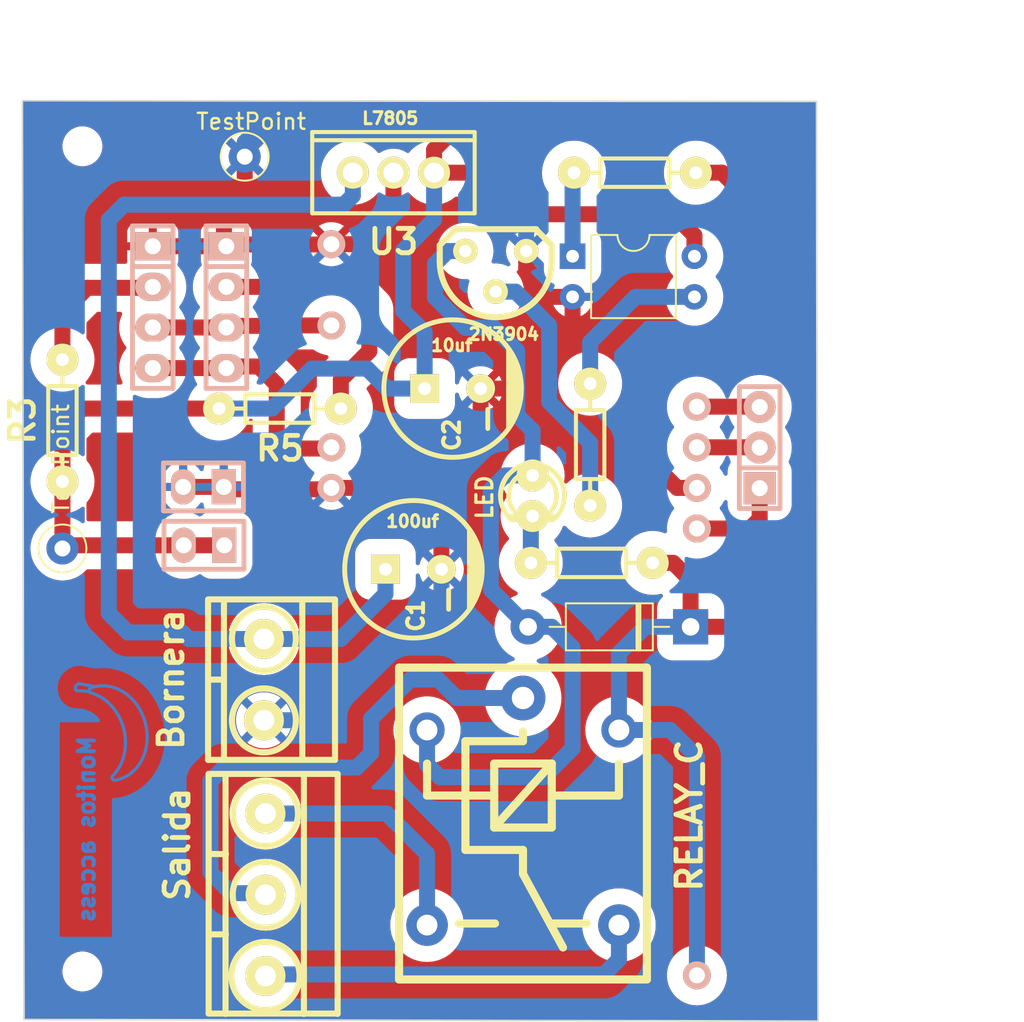
<source format=kicad_pcb>
(kicad_pcb (version 20240108) (generator "pcbnew") (generator_version "8.0")
  (layers (0 "F.Cu" signal) (31 "B.Cu" signal) (34 "B.Paste" user) (35 "F.Paste" user) (36 "B.SilkS" user "B.Silkscreen") (37 "F.SilkS" user "F.Silkscreen") (38 "B.Mask" user) (39 "F.Mask" user) (44 "Edge.Cuts" user))
  (net 0 "")
  (net 1 "GND")
  (net 2 "scl")
  (net 3 "sda")
  (net 4 "/Vin")
  (net 5 "5,5V")
  (net 6 "/COM")
  (net 7 "/NA")
  (net 8 "/NC")
  (net 9 "/RELE")
  (net 10 "/AUX1")
  (net 11 "/AUX2")
  (net 12 "/AUX3")
  (net 13 "/Bobina")
  (net 14 "/Base")
  (net 15 "/Led")
  (net 16 "/Anodo opto")
  (net 17 "/Emisor")
  (net 18 "/LCD")
  (net 19 "/PN532")
  (footprint "EESTN5:led_3mm_red" (layer "F.Cu") (at 58.8 55.85)
    (property "Reference" "D1" (hide yes))
    (property "Value" "LED" (at -3 0.1 -90) (layer "F.SilkS") (effects (font (thickness 0.2))))
    (pad "1" thru_hole circle (at 0 -1.27) (size 1.99898 1.99898) (drill 0.8001) (layers "*.Cu" "*.Mask" "F.SilkS") (net 13 "/Bobina"))
    (pad "2" thru_hole circle (at 0 1.27) (size 1.99898 1.99898) (drill 0.8001) (layers "*.Cu" "*.Mask" "F.SilkS") (net 15 "/Led"))
  )
  (footprint "Package_DIP:DIP-4_W7.62mm" (layer "F.Cu") (at 61.3 40.875)
    (property "Reference" "U1" (hide yes))
    (property "Value" "PC817")
    (pad "1" thru_hole rect (at 0 0) (size 1.6 1.6) (drill 0.8) (layers "*.Cu" "*.Mask") (net 16 "/Anodo opto"))
    (pad "2" thru_hole oval (at 0 2.54) (size 1.6 1.6) (drill 0.8) (layers "*.Cu" "*.Mask") (net 1 "GND"))
    (pad "3" thru_hole oval (at 7.62 2.54) (size 1.6 1.6) (drill 0.8) (layers "*.Cu" "*.Mask") (net 17 "/Emisor"))
    (pad "4" thru_hole oval (at 7.62 0) (size 1.6 1.6) (drill 0.8) (layers "*.Cu" "*.Mask") (net 5 "5,5V"))
  )
  (footprint "jj:footprint" (layer "F.Cu") (at 32.55 70.55 90)
    (property "Reference" "G***" (hide yes))
    (property "Value" "LOGO" (hide yes))
    (fp_poly (pts (xy 2.728517 -2.435838) (xy 2.772639 -2.427997) (xy 2.808796 -2.416467) (xy 2.843602 -2.39929) (xy 2.878663 -2.375445) (xy 2.915587 -2.34391) (xy 2.936242 -2.323948) (xy 2.971798 -2.285283) (xy 3.001645 -2.246444) (xy 3.025097 -2.208609) (xy 3.041471 -2.172959) (xy 3.050083 -2.140674) (xy 3.051266 -2.125552) (xy 3.050301 -2.111974) (xy 3.047671 -2.091178) (xy 3.043771 -2.065943) (xy 3.038997 -2.039047) (xy 3.038746 -2.037727) (xy 3.033117 -2.008119) (xy 3.026361 -1.972436) (xy 3.019227 -1.934631) (xy 3.01246 -1.898659) (xy 3.010682 -1.889183) (xy 3.0038 -1.852495) (xy 2.995996 -1.810936) (xy 2.98815 -1.769186) (xy 2.981141 -1.731923) (xy 2.980008 -1.725904) (xy 2.975374 -1.701194) (xy 2.969238 -1.668336) (xy 2.961952 -1.629213) (xy 2.953866 -1.585714) (xy 2.945331 -1.539723) (xy 2.936697 -1.493127) (xy 2.931382 -1.464403) (xy 2.922761 -1.417921) (xy 2.913908 -1.37045) (xy 2.905195 -1.323961) (xy 2.896993 -1.280425) (xy 2.889673 -1.241814) (xy 2.883606 -1.210099) (xy 2.880751 -1.195347) (xy 2.863614 -1.107428) (xy 2.87312 -1.059107) (xy 2.880485 -1.018749) (xy 2.887974 -0.971743) (xy 2.895761 -0.916916) (xy 2.904022 -0.853096) (xy 2.904145 -0.852109) (xy 2.906261 -0.828701) (xy 2.90798 -0.796854) (xy 2.909302 -0.758327) (xy 2.910226 -0.714878) (xy 2.910751 -0.668266) (xy 2.910878 -0.620249) (xy 2.910605 -0.572586) (xy 2.909933 -0.527034) (xy 2.908861 -0.485353) (xy 2.907388 -0.449302) (xy 2.905514 -0.420637) (xy 2.904256 -0.408196) (xy 2.885453 -0.274603) (xy 2.862473 -0.148747) (xy 2.834785 -0.028831) (xy 2.801858 0.086939) (xy 2.763161 0.200357) (xy 2.718162 0.313219) (xy 2.666332 0.42732) (xy 2.643158 0.474528) (xy 2.563022 0.623168) (xy 2.47412 0.766943) (xy 2.376781 0.905613) (xy 2.271338 1.038936) (xy 2.158119 1.166674) (xy 2.037456 1.288585) (xy 1.909679 1.404429) (xy 1.775119 1.513964) (xy 1.634107 1.616951) (xy 1.486972 1.713148) (xy 1.334046 1.802316) (xy 1.175658 1.884214) (xy 1.012141 1.9586) (xy 0.843823 2.025235) (xy 0.671037 2.083879) (xy 0.494111 2.134289) (xy 0.313378 2.176226) (xy 0.301583 2.178638) (xy 0.222075 2.193892) (xy 0.144855 2.206824) (xy 0.067516 2.217736) (xy -0.01235 2.22693) (xy -0.09715 2.234707) (xy -0.18929 2.241371) (xy -0.20665 2.242464) (xy -0.285254 2.246587) (xy -0.357626 2.248715) (xy -0.427543 2.248848) (xy -0.498782 2.246983) (xy -0.575118 2.243117) (xy -0.589333 2.242231) (xy -0.764043 2.227287) (xy -0.932276 2.205055) (xy -1.094927 2.175308) (xy -1.25289 2.137819) (xy -1.407056 2.09236) (xy -1.558321 2.038704) (xy -1.707576 1.976623) (xy -1.798668 1.934204) (xy -1.946228 1.857578) (xy -2.086681 1.774227) (xy -2.219853 1.684357) (xy -2.34557 1.588176) (xy -2.463657 1.485891) (xy -2.57394 1.37771) (xy -2.676245 1.26384) (xy -2.770397 1.144487) (xy -2.856222 1.019859) (xy -2.933546 0.890165) (xy -3.002194 0.75561) (xy -3.061992 0.616402) (xy -3.112767 0.472749) (xy -3.154342 0.324857) (xy -3.155306 0.320931) (xy -3.163125 0.287246) (xy -3.171127 0.249888) (xy -3.178396 0.213299) (xy -3.184018 0.18192) (xy -3.184232 0.180614) (xy -3.188696 0.151853) (xy -3.19133 0.130243) (xy -3.192112 0.115628) (xy -2.992276 0.115628) (xy -2.992251 0.118252) (xy -2.990699 0.137771) (xy -2.986599 0.165307) (xy -2.980319 0.199099) (xy -2.972226 0.237386) (xy -2.962689 0.278405) (xy -2.952075 0.320394) (xy -2.943458 0.352069) (xy -2.899403 0.490046) (xy -2.846059 0.624003) (xy -2.783615 0.753705) (xy -2.712261 0.878916) (xy -2.632184 0.999399) (xy -2.543574 1.114919) (xy -2.446621 1.225239) (xy -2.341512 1.330123) (xy -2.228438 1.429335) (xy -2.107587 1.522639) (xy -1.979148 1.609798) (xy -1.896679 1.660126) (xy -1.752657 1.738577) (xy -1.603239 1.80841) (xy -1.448548 1.86959) (xy -1.28871 1.92208) (xy -1.123849 1.965845) (xy -0.954089 2.000849) (xy -0.779554 2.027057) (xy -0.600369 2.044433) (xy -0.54086 2.048189) (xy -0.517617 2.048972) (xy -0.485963 2.04932) (xy -0.447682 2.049274) (xy -0.404558 2.048871) (xy -0.358375 2.048151) (xy -0.310915 2.047153) (xy -0.263963 2.045916) (xy -0.219302 2.044478) (xy -0.178716 2.042881) (xy -0.143988 2.041162) (xy -0.116901 2.039361) (xy -0.109703 2.038732) (xy 0.076009 2.016671) (xy 0.256213 1.986302) (xy 0.431594 1.947432) (xy 0.602836 1.899864) (xy 0.770623 1.843406) (xy 0.935639 1.777861) (xy 1.098567 1.703035) (xy 1.137847 1.683466) (xy 1.290886 1.600965) (xy 1.437902 1.511441) (xy 1.578581 1.415222) (xy 1.712612 1.31264) (xy 1.83968 1.204022) (xy 1.959474 1.0897) (xy 2.07168 0.970003) (xy 2.175985 0.84526) (xy 2.272077 0.715802) (xy 2.359643 0.581958) (xy 2.43837 0.444057) (xy 2.507944 0.302431) (xy 2.555971 0.188791) (xy 2.598 0.074192) (xy 2.633061 -0.038669) (xy 2.661819 -0.152458) (xy 2.684936 -0.269844) (xy 2.703077 -0.393493) (xy 2.705174 -0.410747) (xy 2.707363 -0.435797) (xy 2.709119 -0.469204) (xy 2.710442 -0.509131) (xy 2.711333 -0.55374) (xy 2.711791 -0.601194) (xy 2.711815 -0.649655) (xy 2.711406 -0.697284) (xy 2.710563 -0.742245) (xy 2.709286 -0.782698) (xy 2.707574 -0.816807) (xy 2.705428 -0.842734) (xy 2.705231 -0.844456) (xy 2.692693 -0.934009) (xy 2.676078 -1.026044) (xy 2.656071 -1.117436) (xy 2.63336 -1.205062) (xy 2.608629 -1.285796) (xy 2.607766 -1.288369) (xy 2.595983 -1.321043) (xy 2.585174 -1.34495) (xy 2.574304 -1.361326) (xy 2.562338 -1.371409) (xy 2.548239 -1.376437) (xy 2.533033 -1.377662) (xy 2.506653 -1.374065) (xy 2.485957 -1.363792) (xy 2.472843 -1.348236) (xy 2.468197 -1.337147) (xy 2.461827 -1.319354) (xy 2.454824 -1.297966) (xy 2.451868 -1.288369) (xy 2.428186 -1.21339) (xy 2.403555 -1.142887) (xy 2.376865 -1.074082) (xy 2.347005 -1.004195) (xy 2.312868 -0.930448) (xy 2.290899 -0.885275) (xy 2.22089 -0.751603) (xy 2.146002 -0.624758) (xy 2.065288 -0.503442) (xy 1.977799 -0.386356) (xy 1.882586 -0.272202) (xy 1.778701 -0.159683) (xy 1.711164 -0.09178) (xy 1.576361 0.033125) (xy 1.43512 0.150183) (xy 1.287667 0.259273) (xy 1.134231 0.360274) (xy 0.975039 0.453066) (xy 0.81032 0.537527) (xy 0.640301 0.613537) (xy 0.46521 0.680975) (xy 0.285274 0.73972) (xy 0.100723 0.789651) (xy 0.010205 0.81053) (xy -0.095749 0.832298) (xy -0.196789 0.850168) (xy -0.295266 0.864385) (xy -0.393531 0.875197) (xy -0.493935 0.882848) (xy -0.598828 0.887584) (xy -0.710563 0.889653) (xy -0.747509 0.889791) (xy -0.807461 0.889709) (xy -0.859159 0.889316) (xy -0.904556 0.8885) (xy -0.945601 0.887148) (xy -0.984244 0.885148) (xy -1.022436 0.882387) (xy -1.062127 0.878752) (xy -1.105269 0.874132) (xy -1.15381 0.868414) (xy -1.185252 0.864544) (xy -1.359427 0.838083) (xy -1.530066 0.802549) (xy -1.696835 0.758095) (xy -1.8594 0.704874) (xy -2.017426 0.643039) (xy -2.17058 0.572743) (xy -2.318525 0.494139) (xy -2.460929 0.407381) (xy -2.597458 0.312622) (xy -2.727775 0.210014) (xy -2.848342 0.102745) (xy -2.869609 0.082746) (xy -2.885107 0.068708) (xy -2.896477 0.059577) (xy -2.905359 0.054298) (xy -2.913395 0.051815) (xy -2.922226 0.051073) (xy -2.928781 0.051025) (xy -2.946132 0.052127) (xy -2.958789 0.056816) (xy -2.972061 0.067167) (xy -2.973529 0.068503) (xy -2.983972 0.078729) (xy -2.989641 0.087502) (xy -2.99194 0.098557) (xy -2.992276 0.115628) (xy -3.192112 0.115628) (xy -3.192257 0.112919) (xy -3.191599 0.097016) (xy -3.189482 0.079669) (xy -3.188775 0.07501) (xy -3.176521 0.025693) (xy -3.155624 -0.018493) (xy -3.125601 -0.058486) (xy -3.113484 -0.071045) (xy -3.073355 -0.10436) (xy -3.030556 -0.127999) (xy -2.984158 -0.142346) (xy -2.933235 -0.147779) (xy -2.926256 -0.14785) (xy -2.892403 -0.146387) (xy -2.861884 -0.141478) (xy -2.833128 -0.13234) (xy -2.804562 -0.118192) (xy -2.774613 -0.098252) (xy -2.74171 -0.071737) (xy -2.704279 -0.037867) (xy -2.703385 -0.037026) (xy -2.581747 0.07055) (xy -2.454269 0.169778) (xy -2.321035 0.260622) (xy -2.182131 0.343046) (xy -2.03764 0.417011) (xy -1.887648 0.482481) (xy -1.732237 0.539417) (xy -1.571494 0.587783) (xy -1.405502 0.627541) (xy -1.234346 0.658654) (xy -1.084271 0.67834) (xy -0.998367 0.685895) (xy -0.905118 0.690874) (xy -0.807051 0.69329) (xy -0.706691 0.693161) (xy -0.606563 0.690502) (xy -0.509195 0.685329) (xy -0.41711 0.677658) (xy -0.382684 0.673936) (xy -0.199579 0.647855) (xy -0.0189 0.612468) (xy 0.158874 0.567973) (xy 0.333261 0.514565) (xy 0.50378 0.452441) (xy 0.669952 0.381798) (xy 0.831296 0.302832) (xy 0.987332 0.21574) (xy 1.137578 0.12072) (xy 1.281555 0.017967) (xy 1.349598 -0.035089) (xy 1.47675 -0.14301) (xy 1.596462 -0.25657) (xy 1.708449 -0.375364) (xy 1.812424 -0.498983) (xy 1.908099 -0.627021) (xy 1.995189 -0.759069) (xy 2.073406 -0.894722) (xy 2.142464 -1.033572) (xy 2.202076 -1.175213) (xy 2.250291 -1.313881) (xy 2.263533 -1.355616) (xy 2.274718 -1.388993) (xy 2.28451 -1.41549) (xy 2.293578 -1.436583) (xy 2.302585 -1.45375) (xy 2.312199 -1.468467) (xy 2.323085 -1.482212) (xy 2.329455 -1.48945) (xy 2.337118 -1.498849) (xy 2.342877 -1.50892) (xy 2.347579 -1.522023) (xy 2.352072 -1.540515) (xy 2.357177 -1.566626) (xy 2.358451 -1.573423) (xy 2.560337 -1.573423) (xy 2.588798 -1.567054) (xy 2.630883 -1.553076) (xy 2.67189 -1.530893) (xy 2.704382 -1.506035) (xy 2.732362 -1.48094) (xy 2.740991 -1.524972) (xy 2.74382 -1.539682) (xy 2.748249 -1.563075) (xy 2.754026 -1.593796) (xy 2.760897 -1.630494) (xy 2.76861 -1.671813) (xy 2.77691 -1.716403) (xy 2.785545 -1.762908) (xy 2.78838 -1.778204) (xy 2.79727 -1.826163) (xy 2.806073 -1.873601) (xy 2.814506 -1.918992) (xy 2.822283 -1.960811) (xy 2.829121 -1.997532) (xy 2.834737 -2.027628) (xy 2.838847 -2.049574) (xy 2.839563 -2.053383) (xy 2.851987 -2.119362) (xy 2.833455 -2.142676) (xy 2.802609 -2.179046) (xy 2.774485 -2.207221) (xy 2.749516 -2.226814) (xy 2.728139 -2.237434) (xy 2.72761 -2.237595) (xy 2.689261 -2.244326) (xy 2.649342 -2.243087) (xy 2.630495 -2.239489) (xy 2.608298 -2.2339) (xy 2.605087 -2.174433) (xy 2.603583 -2.146937) (xy 2.601703 -2.113091) (xy 2.599662 -2.076731) (xy 2.597673 -2.041695) (xy 2.597194 -2.033326) (xy 2.595475 -2.00247) (xy 2.593437 -1.964521) (xy 2.591243 -1.922583) (xy 2.589055 -1.879758) (xy 2.587035 -1.839147) (xy 2.5868 -1.834331) (xy 2.584066 -1.783702) (xy 2.581018 -1.739907) (xy 2.577326 -1.699572) (xy 2.57266 -1.659327) (xy 2.566692 -1.6158) (xy 2.563097 -1.591623) (xy 2.560337 -1.573423) (xy 2.358451 -1.573423) (xy 2.362407 -1.594529) (xy 2.367856 -1.623122) (xy 2.372758 -1.648404) (xy 2.375391 -1.661683) (xy 2.378112 -1.679038) (xy 2.381005 -1.70405) (xy 2.383827 -1.73418) (xy 2.386335 -1.766889) (xy 2.387874 -1.791795) (xy 2.389983 -1.830071) (xy 2.392357 -1.872751) (xy 2.39476 -1.915609) (xy 2.396954 -1.954421) (xy 2.397817 -1.969546) (xy 2.399666 -2.002362) (xy 2.401848 -2.041929) (xy 2.404175 -2.084807) (xy 2.406463 -2.127556) (xy 2.40835 -2.163439) (xy 2.410862 -2.208388) (xy 2.413352 -2.244452) (xy 2.416042 -2.272947) (xy 2.419152 -2.295192) (xy 2.422903 -2.312502) (xy 2.427515 -2.326194) (xy 2.433209 -2.337586) (xy 2.438966 -2.34631) (xy 2.463999 -2.37278) (xy 2.497053 -2.395322) (xy 2.536581 -2.413555) (xy 2.581038 -2.427102) (xy 2.628877 -2.435584) (xy 2.678552 -2.438622)) (fill solid) (layer "B.Cu"))
  )
  (footprint "MountingHole:MountingHole_2mm" (layer "F.Cu") (at 30.65 34)
    (property "Reference" "REF**" (hide yes))
    (property "Value" "MountingHole_2mm" (hide yes))
    (pad "" np_thru_hole circle (at 0 0) (size 2 2) (drill 2) (layers "F&B.Cu" "*.Mask"))
  )
  (footprint "EESTN5:Relay_C" (layer "F.Cu") (at 58.2 76.6)
    (property "Reference" "K1" (hide yes))
    (property "Value" "RELAY_C" (at 10.4 -0.75 90) (layer "F.SilkS") (effects (font (size 1.524 1.524) (thickness 0.3048))))
    (pad "1" thru_hole circle (at 0 -8.1) (size 2.8 2.8) (drill 1.4) (layers "*.Cu" "*.Mask") (net 6 "/COM"))
    (pad "2" thru_hole circle (at -6 -6.1) (size 2.2 2.2) (drill 1.3) (layers "*.Cu" "*.Mask") (net 13 "/Bobina"))
    (pad "3" thru_hole circle (at -6 6.1) (size 2.6 2.6) (drill 1.3) (layers "*.Cu" "*.Mask") (net 7 "/NA"))
    (pad "4" thru_hole circle (at 6 6.1) (size 2.6 2.6) (drill 1.3) (layers "*.Cu" "*.Mask") (net 8 "/NC"))
    (pad "5" thru_hole circle (at 6 -6.1) (size 2.2 2.2) (drill 1.3) (layers "*.Cu" "*.Mask") (net 5 "5,5V"))
  )
  (footprint "MountingHole:MountingHole_2mm" (layer "F.Cu") (at 30.65 85.6)
    (property "Reference" "REF**" (hide yes))
    (property "Value" "MountingHole_2mm" (hide yes))
    (pad "" np_thru_hole circle (at 0 0) (size 2 2) (drill 2) (layers "*.Cu" "*.Mask"))
  )
  (footprint "Diode_THT:D_DO-41_SOD81_P10.16mm_Horizontal" (layer "F.Cu") (at 68.68 64.05 180)
    (property "Reference" "D2" (hide yes))
    (property "Value" "1N4007")
    (pad "1" thru_hole rect (at 0 0 180) (size 2.2 2.2) (drill 1.1) (layers "*.Cu" "*.Mask") (net 5 "5,5V"))
    (pad "2" thru_hole oval (at 10.16 0 180) (size 2.2 2.2) (drill 1.1) (layers "*.Cu" "*.Mask") (net 13 "/Bobina"))
  )
  (footprint "EESTN5:BORNERA3_AZUL" (layer "F.Cu") (at 42.1 80.80325 -90)
    (property "Reference" "J1" (hide yes))
    (property "Value" "Salida" (at -3.15325 5.52375 90) (layer "F.SilkS") (effects (font (size 1.5 1.5) (thickness 0.3))))
    (pad "1" thru_hole circle (at -5.08 0 270) (size 2.5 2.5) (drill 1.3) (layers "*.Cu" "*.Mask" "F.SilkS") (net 7 "/NA"))
    (pad "2" thru_hole circle (at 0 0 270) (size 2.5 2.5) (drill 1.3) (layers "*.Cu" "*.Mask" "F.SilkS") (net 6 "/COM"))
    (pad "3" thru_hole circle (at 5.08 0 270) (size 2.5 2.5) (drill 1.3) (layers "*.Cu" "*.Mask" "F.SilkS") (net 8 "/NC"))
  )
  (footprint "EESTN5:RES0.3" (layer "F.Cu") (at 62.5 60.05)
    (property "Reference" "R1" (hide yes))
    (property "Value" "330" (hide yes))
    (pad "1" thru_hole circle (at -3.81 0) (size 1.99898 1.99898) (drill 0.8001) (layers "*.Cu" "*.Mask" "F.SilkS") (net 15 "/Led"))
    (pad "2" thru_hole circle (at 3.81 0) (size 1.99898 1.99898) (drill 0.8001) (layers "*.Cu" "*.Mask" "F.SilkS") (net 5 "5,5V"))
  )
  (footprint "EESTN5:CAP_ELEC_8x11.5mm" (layer "F.Cu") (at 53.8 49.15 -90)
    (property "Reference" "C2" (at 2.9 0.05 90) (layer "F.SilkS") (effects (font (thickness 0.25))))
    (property "Value" "10uf" (at -2.7 0.05 0) (layer "F.SilkS") (effects (font (size 0.75 0.75) (thickness 0.1875))))
    (pad "1" thru_hole rect (at 0 1.75 270) (size 1.8 1.8) (drill 0.8) (layers "*.Cu" "*.Mask" "F.SilkS") (net 5 "5,5V"))
    (pad "2" thru_hole circle (at 0 -1.75 270) (size 1.8 1.8) (drill 0.8) (layers "*.Cu" "*.Mask" "F.SilkS") (net 1 "GND"))
  )
  (footprint "EESTN5:TO-220" (layer "F.Cu") (at 50.1 35.65)
    (property "Reference" "U3" (at 0 4.318 0) (layer "F.SilkS") (effects (font (size 1.524 1.524) (thickness 0.3048))))
    (property "Value" "L7805" (at -0.2 -3.4 0) (layer "F.SilkS") (effects (font (size 0.75 0.75) (thickness 0.1875))))
    (pad "1" thru_hole circle (at -2.54 0) (size 2 2) (drill 1.24968) (layers "*.Cu" "*.Mask" "F.SilkS") (net 4 "/Vin"))
    (pad "2" thru_hole circle (at 0 0) (size 2 2) (drill 1.24968) (layers "*.Cu" "*.Mask" "F.SilkS") (net 1 "GND"))
    (pad "3" thru_hole circle (at 2.54 0) (size 2 2) (drill 1.24968) (layers "*.Cu" "*.Mask" "F.SilkS") (net 5 "5,5V"))
  )
  (footprint "EESTN5:CAP_ELEC_8x11.5mm" (layer "F.Cu") (at 51.35 60.45 -90)
    (property "Reference" "C1" (at 2.9 -0.15 90) (layer "F.SilkS") (effects (font (thickness 0.25))))
    (property "Value" "100uf" (at -3 0.05 0) (layer "F.SilkS") (effects (font (size 0.75 0.75) (thickness 0.1875))))
    (pad "1" thru_hole rect (at 0 1.75 270) (size 1.8 1.8) (drill 0.8) (layers "*.Cu" "*.Mask" "F.SilkS") (net 4 "/Vin"))
    (pad "2" thru_hole circle (at 0 -1.75 270) (size 1.8 1.8) (drill 0.8) (layers "*.Cu" "*.Mask" "F.SilkS") (net 1 "GND"))
  )
  (footprint "EESTN5:RES0.3" (layer "F.Cu") (at 65.2 35.65 180)
    (property "Reference" "R2" (hide yes))
    (property "Value" "220" (hide yes))
    (pad "1" thru_hole circle (at -3.81 0 180) (size 1.99898 1.99898) (drill 0.8001) (layers "*.Cu" "*.Mask" "F.SilkS") (net 9 "/RELE"))
    (pad "2" thru_hole circle (at 3.81 0 180) (size 1.99898 1.99898) (drill 0.8001) (layers "*.Cu" "*.Mask" "F.SilkS") (net 16 "/Anodo opto"))
  )
  (footprint "TestPoint:TestPoint_Loop_D2.50mm_Drill1.0mm_LowProfile" (layer "F.Cu") (at 29.4 59.15)
    (property "Reference" "TP1" (hide yes))
    (property "Value" "TestPoint" (at -0.1 -5.6 90) (layer "F.SilkS"))
    (pad "1" thru_hole circle (at 0 0) (size 2 2) (drill 1) (layers "*.Cu" "*.Mask") (net 5 "5,5V"))
  )
  (footprint "TestPoint:TestPoint_Loop_D2.50mm_Drill1.0mm_LowProfile" (layer "F.Cu") (at 40.8 34.65)
    (property "Reference" "TP2" (hide yes))
    (property "Value" "TestPoint" (at 0.4 -2.2 0) (layer "F.SilkS"))
    (pad "1" thru_hole circle (at 0 0) (size 2 2) (drill 1) (layers "*.Cu" "*.Mask") (net 1 "GND"))
  )
  (footprint "EESTN5:RES0.3" (layer "F.Cu") (at 43 50.4 180)
    (property "Reference" "R5" (at 0 -2.5 180) (layer "F.SilkS") (effects (font (size 1.5 1.5) (thickness 0.3))))
    (property "Value" "10k" (hide yes))
    (pad "1" thru_hole circle (at -3.81 0 180) (size 1.99898 1.99898) (drill 0.8001) (layers "*.Cu" "*.Mask" "F.SilkS") (net 18 "/LCD"))
    (pad "2" thru_hole circle (at 3.81 0 180) (size 1.99898 1.99898) (drill 0.8001) (layers "*.Cu" "*.Mask" "F.SilkS") (net 5 "5,5V"))
  )
  (footprint "EESTN5:RES0.3" (layer "F.Cu") (at 62.4 52.65 90)
    (property "Reference" "R4" (hide yes))
    (property "Value" "1k" (hide yes))
    (pad "1" thru_hole circle (at -3.81 0 90) (size 1.99898 1.99898) (drill 0.8001) (layers "*.Cu" "*.Mask" "F.SilkS") (net 14 "/Base"))
    (pad "2" thru_hole circle (at 3.81 0 90) (size 1.99898 1.99898) (drill 0.8001) (layers "*.Cu" "*.Mask" "F.SilkS") (net 17 "/Emisor"))
  )
  (footprint "EESTN5:RES0.3" (layer "F.Cu") (at 29.4 51.15 90)
    (property "Reference" "R3" (at 0 -2.5 270) (layer "F.SilkS") (effects (font (size 1.5 1.5) (thickness 0.3))))
    (property "Value" "10k" (hide yes))
    (pad "1" thru_hole circle (at -3.81 0 90) (size 1.99898 1.99898) (drill 0.8001) (layers "*.Cu" "*.Mask" "F.SilkS") (net 5 "5,5V"))
    (pad "2" thru_hole circle (at 3.81 0 90) (size 1.99898 1.99898) (drill 0.8001) (layers "*.Cu" "*.Mask" "F.SilkS") (net 19 "/PN532"))
  )
  (footprint "EESTN5:BORNERA2_AZUL" (layer "F.Cu") (at 42 67.35 -90)
    (property "Reference" "J3" (hide yes))
    (property "Value" "Bornera" (at 0 5.8 90) (layer "F.SilkS") (effects (font (size 1.5 1.5) (thickness 0.3))))
    (pad "1" thru_hole circle (at -2.54 0 270) (size 2.5 2.5) (drill 1.3) (layers "*.Cu" "*.Mask" "F.SilkS") (net 4 "/Vin"))
    (pad "2" thru_hole circle (at 2.54 0 270) (size 2.5 2.5) (drill 1.3) (layers "*.Cu" "*.Mask" "F.SilkS") (net 1 "GND"))
  )
  (footprint "EESTN5:to92" (layer "F.Cu") (at 56.495 41.185 180)
    (property "Reference" "Q1" (hide yes))
    (property "Value" "2N3904" (at -0.505 -4.565 180) (layer "F.SilkS") (effects (font (size 0.75 0.75) (thickness 0.1875))))
    (pad "1" thru_hole circle (at -1.905 0.635 180) (size 1.524 1.524) (drill 0.762) (layers "*.Cu" "*.Mask" "F.SilkS") (net 1 "GND"))
    (pad "2" thru_hole circle (at 0 -1.905 180) (size 1.524 1.524) (drill 0.762) (layers "*.Cu" "*.Mask" "F.SilkS") (net 14 "/Base"))
    (pad "3" thru_hole circle (at 1.905 0.635 180) (size 1.524 1.524) (drill 0.762) (layers "*.Cu" "*.Mask" "F.SilkS") (net 13 "/Bobina"))
  )
  (footprint "EESTN5:Pin_strip_2" (layer "B.Cu") (at 38.22 55.3 180)
    (property "Reference" "J7" (hide yes))
    (property "Value" "GND" (hide yes))
    (pad "1" thru_hole rect (at -1.27 0 180) (size 1.524 2.19964) (drill 1.00076) (layers "*.Cu" "*.Mask" "B.SilkS") (net 1 "GND"))
    (pad "2" thru_hole oval (at 1.27 0 180) (size 1.524 2.19964) (drill 1.00076) (layers "*.Cu" "*.Mask" "B.SilkS") (net 1 "GND"))
  )
  (footprint "EESTN5:Pin_Strip_3" (layer "B.Cu") (at 73 52.84 90)
    (property "Reference" "J2" (hide yes))
    (property "Value" "Pin_Aux" (hide yes))
    (pad "1" thru_hole rect (at -2.54 0 90) (size 2 2) (drill 1) (layers "*.Cu" "*.Mask" "B.SilkS") (net 12 "/AUX3"))
    (pad "2" thru_hole oval (at 0 0 90) (size 2 2) (drill 1) (layers "*.Cu" "*.Mask" "B.SilkS") (net 11 "/AUX2"))
    (pad "3" thru_hole oval (at 2.54 0 90) (size 2 2) (drill 1) (layers "*.Cu" "*.Mask" "B.SilkS") (net 10 "/AUX1"))
  )
  (footprint "ESP32:ESP32 48x25 LEGIT" (layer "B.Cu") (at 57.9 60.95 -90)
    (property "Reference" "U2" (hide yes))
    (property "Value" "ESP32_DEVKITC" (hide yes))
    (pad "5" thru_hole circle (at -10.668 -11.176 270) (size 1.75 1.75) (drill 1) (layers "*.Cu" "*.Mask" "B.SilkS") (net 10 "/AUX1"))
    (pad "6" thru_hole circle (at -8.128 -11.176 270) (size 1.75 1.75) (drill 1) (layers "*.Cu" "*.Mask" "B.SilkS") (net 11 "/AUX2"))
    (pad "7" thru_hole circle (at -5.588 -11.176 270) (size 1.75 1.75) (drill 1) (layers "*.Cu" "*.Mask" "B.SilkS") (net 9 "/RELE"))
    (pad "8" thru_hole circle (at -3.048 -11.176 270) (size 1.75 1.75) (drill 1) (layers "*.Cu" "*.Mask" "B.SilkS") (net 12 "/AUX3"))
    (pad "19" thru_hole circle (at 24.892 -11.176 270) (size 1.75 1.75) (drill 1) (layers "*.Cu" "*.Mask" "B.SilkS") (net 5 "5,5V"))
    (pad "32" thru_hole circle (at -5.588 11.684 90) (size 1.75 1.75) (drill 1) (layers "*.Cu" "*.Mask" "B.SilkS") (net 1 "GND"))
    (pad "33" thru_hole circle (at -8.128 11.684 90) (size 1.75 1.75) (drill 1) (layers "*.Cu" "*.Mask" "B.SilkS") (net 3 "sda"))
    (pad "36" thru_hole circle (at -15.748 11.684 90) (size 1.75 1.75) (drill 1) (layers "*.Cu" "*.Mask" "B.SilkS") (net 2 "scl"))
    (pad "38" thru_hole circle (at -20.828 11.684 90) (size 1.75 1.75) (drill 1) (layers "*.Cu" "*.Mask" "B.SilkS") (net 1 "GND"))
  )
  (footprint "EESTN5:pin_strip_4" (layer "B.Cu") (at 35.05 44.06 -90)
    (property "Reference" "J9" (hide yes))
    (property "Value" "PN532" (hide yes))
    (pad "1" thru_hole rect (at -3.81 0 270) (size 1.75 2.2) (drill 1.00076) (layers "*.Cu" "*.Mask" "B.SilkS") (net 1 "GND"))
    (pad "2" thru_hole oval (at -1.27 0 270) (size 1.75 2.2) (drill 1.00076) (layers "*.Cu" "*.Mask" "B.SilkS") (net 19 "/PN532"))
    (pad "3" thru_hole oval (at 1.27 0 270) (size 1.75 2.2) (drill 1.00076) (layers "*.Cu" "*.Mask" "B.SilkS") (net 2 "scl"))
    (pad "4" thru_hole oval (at 3.81 0 270) (size 1.75 2.2) (drill 1.00076) (layers "*.Cu" "*.Mask" "B.SilkS") (net 3 "sda"))
  )
  (footprint "EESTN5:pin_strip_4" (layer "B.Cu") (at 39.65 44.06 -90)
    (property "Reference" "J6" (hide yes))
    (property "Value" "LCD_I2C" (hide yes))
    (pad "1" thru_hole rect (at -3.81 0 270) (size 1.75 2.2) (drill 1.00076) (layers "*.Cu" "*.Mask" "B.SilkS") (net 1 "GND"))
    (pad "2" thru_hole oval (at -1.27 0 270) (size 1.75 2.2) (drill 1.00076) (layers "*.Cu" "*.Mask" "B.SilkS") (net 18 "/LCD"))
    (pad "3" thru_hole oval (at 1.27 0 270) (size 1.75 2.2) (drill 1.00076) (layers "*.Cu" "*.Mask" "B.SilkS") (net 2 "scl"))
    (pad "4" thru_hole oval (at 3.81 0 270) (size 1.75 2.2) (drill 1.00076) (layers "*.Cu" "*.Mask" "B.SilkS") (net 3 "sda"))
  )
  (footprint "EESTN5:Pin_strip_2" (layer "B.Cu") (at 38.25 58.95 180)
    (property "Reference" "J8" (hide yes))
    (property "Value" "VCC" (hide yes))
    (pad "1" thru_hole rect (at -1.27 0 180) (size 1.524 2.19964) (drill 1.00076) (layers "*.Cu" "*.Mask" "B.SilkS") (net 5 "5,5V"))
    (pad "2" thru_hole oval (at 1.27 0 180) (size 1.524 2.19964) (drill 1.00076) (layers "*.Cu" "*.Mask" "B.SilkS") (net 5 "5,5V"))
  )
  (gr_line (start 76.65 88.7) (end 27 88.6) (stroke (width 0.1)) (layer "Edge.Cuts"))
  (gr_line (start 27 88.6) (end 26.9 31.15) (stroke (width 0.1)) (layer "Edge.Cuts"))
  (gr_line (start 76.55 31.2) (end 76.65 88.7) (stroke (width 0.1)) (layer "Edge.Cuts"))
  (gr_line (start 26.9 31.15) (end 76.55 31.2) (stroke (width 0.1)) (layer "Edge.Cuts"))
  (gr_text "Monitos access\n" (at 31.5 70.75 90) (layer "B.Cu") (effects (font (size 1 1) (thickness 0.25) (bold yes)) (justify left bottom mirror)))
  (segment (start 58 49.15) (end 61.3 45.85) (width 1) (layer "F.Cu") (net 1))
  (segment (start 39.49 55.3) (end 36.95 55.3) (width 1) (layer "F.Cu") (net 1))
  (segment (start 39.5 38.15) (end 39.5 40.05) (width 1) (layer "F.Cu") (net 1))
  (segment (start 53.012 55.362) (end 53.1 55.45) (width 1) (layer "F.Cu") (net 1))
  (segment (start 40.8 36.85) (end 39.5 38.15) (width 1) (layer "F.Cu") (net 1))
  (segment (start 59.1 42.32763) (end 58.4 41.62763) (width 1) (layer "F.Cu") (net 1))
  (segment (start 53.1 55.45) (end 53.1 60.45) (width 1) (layer "F.Cu") (net 1))
  (segment (start 61.3 45.85) (end 61.3 43.415) (width 1) (layer "F.Cu") (net 1))
  (segment (start 53.012 54.888) (end 55.55 52.35) (width 1) (layer "F.Cu") (net 1))
  (segment (start 35.05 40.25) (end 39.65 40.25) (width 1) (layer "F.Cu") (net 1))
  (segment (start 46.216 40.122) (end 48.628 40.122) (width 1) (layer "F.Cu") (net 1))
  (segment (start 39.64 55.45) (end 46.128 55.45) (width 1) (layer "F.Cu") (net 1))
  (segment (start 59.24 43.415) (end 59.1 43.275) (width 1) (layer "F.Cu") (net 1))
  (segment (start 48.628 40.122) (end 50.1 38.65) (width 1) (layer "F.Cu") (net 1))
  (segment (start 59.1 43.275) (end 59.1 42.32763) (width 1) (layer "F.Cu") (net 1))
  (segment (start 39.49 55.3) (end 39.64 55.45) (width 1) (layer "F.Cu") (net 1))
  (segment (start 39.65 40.25) (end 39.76 40.14) (width 1) (layer "F.Cu") (net 1))
  (segment (start 61.3 43.415) (end 59.24 43.415) (width 1) (layer "F.Cu") (net 1))
  (segment (start 50.1 38.65) (end 50.1 35.65) (width 1) (layer "F.Cu") (net 1))
  (segment (start 55.55 49.15) (end 58 49.15) (width 1) (layer "F.Cu") (net 1))
  (segment (start 39.76 40.14) (end 46.198 40.14) (width 1) (layer "F.Cu") (net 1))
  (segment (start 58.4 41.62763) (end 58.4 40.55) (width 1) (layer "F.Cu") (net 1))
  (segment (start 53.012 55.362) (end 53.012 54.888) (width 1) (layer "F.Cu") (net 1))
  (segment (start 40.8 34.65) (end 40.8 36.85) (width 1) (layer "F.Cu") (net 1))
  (segment (start 55.55 52.35) (end 55.55 49.15) (width 1) (layer "F.Cu") (net 1))
  (segment (start 46.216 55.362) (end 53.012 55.362) (width 1) (layer "F.Cu") (net 1))
  (segment (start 42 69.89) (end 45.81 69.89) (width 1) (layer "B.Cu") (net 1))
  (segment (start 58.4 34.15) (end 58.4 40.55) (width 1) (layer "B.Cu") (net 1))
  (segment (start 50.35 65.35) (end 53.1 62.6) (width 1) (layer "B.Cu") (net 1))
  (segment (start 46.7 68.971572) (end 50.321572 65.35) (width 1) (layer "B.Cu") (net 1))
  (segment (start 40.8 33.75) (end 41.7 32.85) (width 1) (layer "B.Cu") (net 1))
  (segment (start 41.7 32.85) (end 57.1 32.85) (width 1) (layer "B.Cu") (net 1))
  (segment (start 45.81 69.89) (end 46.7 69) (width 1) (layer "B.Cu") (net 1))
  (segment (start 53.1 62.6) (end 53.1 60.45) (width 1) (layer "B.Cu") (net 1))
  (segment (start 40.8 34.65) (end 40.8 33.75) (width 1) (layer "B.Cu") (net 1))
  (segment (start 50.321572 65.35) (end 50.35 65.35) (width 1) (layer "B.Cu") (net 1))
  (segment (start 57.1 32.85) (end 58.4 34.15) (width 1) (layer "B.Cu") (net 1))
  (segment (start 46.7 69) (end 46.7 68.971572) (width 1) (layer "B.Cu") (net 1))
  (segment (start 39.6 45.23) (end 42.99 45.23) (width 1) (layer "F.Cu") (net 2))
  (segment (start 35.05 45.33) (end 39.65 45.33) (width 1) (layer "F.Cu") (net 2))
  (segment (start 43.018 45.202) (end 43 45.22) (width 1) (layer "F.Cu") (net 2))
  (segment (start 46.216 45.202) (end 43.018 45.202) (width 1) (layer "F.Cu") (net 2))
  (segment (start 42.99 45.23) (end 43 45.22) (width 1) (layer "F.Cu") (net 2))
  (segment (start 41.67 47.77) (end 42.8 48.9) (width 1) (layer "F.Cu") (net 3))
  (segment (start 39.6 47.77) (end 41.67 47.77) (width 1) (layer "F.Cu") (net 3))
  (segment (start 42.8 52.1) (end 43.59949 52.89949) (width 1) (layer "F.Cu") (net 3))
  (segment (start 42.8 48.9) (end 42.8 52.1) (width 1) (layer "F.Cu") (net 3))
  (segment (start 43.59949 52.89949) (end 46.216 52.89949) (width 1) (layer "F.Cu") (net 3))
  (segment (start 35.05 47.87) (end 39.65 47.87) (width 1) (layer "F.Cu") (net 3))
  (segment (start 47.56 37.09) (end 47.56 35.65) (width 1) (layer "B.Cu") (net 4))
  (segment (start 32.3 63.2) (end 32.3 38.6) (width 1) (layer "B.Cu") (net 4))
  (segment (start 47 37.65) (end 47.56 37.09) (width 1) (layer "B.Cu") (net 4))
  (segment (start 33.25 37.65) (end 47 37.65) (width 1) (layer "B.Cu") (net 4))
  (segment (start 49.6 60.45) (end 49.6 62) (width 1) (layer "B.Cu") (net 4))
  (segment (start 32.3 38.6) (end 33.25 37.65) (width 1) (layer "B.Cu") (net 4))
  (segment (start 33.498734 64.398734) (end 32.3 63.2) (width 1) (layer "B.Cu") (net 4))
  (segment (start 46.79 64.81) (end 37.307362 64.81) (width 1) (layer "B.Cu") (net 4))
  (segment (start 36.896096 64.398734) (end 33.498734 64.398734) (width 1) (layer "B.Cu") (net 4))
  (segment (start 49.6 62) (end 46.79 64.81) (width 1) (layer "B.Cu") (net 4))
  (segment (start 37.307362 64.81) (end 36.896096 64.398734) (width 1) (layer "B.Cu") (net 4))
  (segment (start 67.6 60.05) (end 66.31 60.05) (width 1) (layer "F.Cu") (net 5))
  (segment (start 68.92 39.57) (end 67.598 38.248) (width 1) (layer "F.Cu") (net 5))
  (segment (start 39.19 50.4) (end 30.65 50.4) (width 1) (layer "F.Cu") (net 5))
  (segment (start 68.92 40.875) (end 68.92 39.57) (width 1) (layer "F.Cu") (net 5))
  (segment (start 52.64 34.21) (end 52.64 35.65) (width 1) (layer "F.Cu") (net 5))
  (segment (start 68.68 61.13) (end 67.6 60.05) (width 1) (layer "F.Cu") (net 5))
  (segment (start 29.4 51.65) (end 29.4 54.96) (width 1) (layer "F.Cu") (net 5))
  (segment (start 39.52 58.95) (end 36.98 58.95) (width 1) (layer "F.Cu") (net 5))
  (segment (start 59.598 38.248) (end 57 35.65) (width 1) (layer "F.Cu") (net 5))
  (segment (start 29.6 58.95) (end 29.4 59.15) (width 1) (layer "F.Cu") (net 5))
  (segment (start 68.68 64.05) (end 68.68 61.13) (width 1) (layer "F.Cu") (net 5))
  (segment (start 30.65 50.4) (end 29.4 51.65) (width 1) (layer "F.Cu") (net 5))
  (segment (start 57 35.65) (end 52.64 35.65) (width 1) (layer "F.Cu") (net 5))
  (segment (start 71.10051 33.15051) (end 53.69949 33.15051) (width 1) (layer "F.Cu") (net 5))
  (segment (start 75.85 37.9) (end 71.10051 33.15051) (width 1) (layer "F.Cu") (net 5))
  (segment (start 68.68 64.05) (end 73.35 64.05) (width 1) (layer "F.Cu") (net 5))
  (segment (start 67.598 38.248) (end 59.598 38.248) (width 1) (layer "F.Cu") (net 5))
  (segment (start 36.98 58.95) (end 29.6 58.95) (width 1) (layer "F.Cu") (net 5))
  (segment (start 75.85 61.55) (end 75.85 37.9) (width 1) (layer "F.Cu") (net 5))
  (segment (start 53.69949 33.15051) (end 52.64 34.21) (width 1) (layer "F.Cu") (net 5))
  (segment (start 29.4 59.15) (end 29.4 54.96) (width 1) (layer "F.Cu") (net 5))
  (segment (start 73.35 64.05) (end 75.85 61.55) (width 1) (layer "F.Cu") (net 5))
  (segment (start 42.5 50.4) (end 39.19 50.4) (width 1) (layer "B.Cu") (net 5))
  (segment (start 64.2 65.7) (end 65.85 64.05) (width 1) (layer "B.Cu") (net 5))
  (segment (start 52.05 45.628427) (end 52.05 49.15) (width 1) (layer "B.Cu") (net 5))
  (segment (start 50.7 40.521572) (end 50.7 44.278427) (width 1) (layer "B.Cu") (net 5))
  (segment (start 52.05 49.15) (end 49.7 49.15) (width 1) (layer "B.Cu") (net 5))
  (segment (start 50.7 44.278427) (end 52.05 45.628427) (width 1) (layer "B.Cu") (net 5))
  (segment (start 67.4 70.5) (end 69.076 72.176) (width 1) (layer "B.Cu") (net 5))
  (segment (start 64.2 70.5) (end 67.4 70.5) (width 1) (layer "B.Cu") (net 5))
  (segment (start 49.7 49.15) (end 48.45051 47.90051) (width 1) (layer "B.Cu") (net 5))
  (segment (start 65.85 64.05) (end 68.68 64.05) (width 1) (layer "B.Cu") (net 5))
  (segment (start 69.076 72.176) (end 69.076 85.842) (width 1) (layer "B.Cu") (net 5))
  (segment (start 44.99949 47.90051) (end 42.5 50.4) (width 1) (layer "B.Cu") (net 5))
  (segment (start 48.45051 47.90051) (end 44.99949 47.90051) (width 1) (layer "B.Cu") (net 5))
  (segment (start 64.2 70.5) (end 64.2 65.7) (width 1) (layer "B.Cu") (net 5))
  (segment (start 52.64 35.65) (end 52.64 38.581572) (width 1) (layer "B.Cu") (net 5))
  (segment (start 52.64 38.581572) (end 50.7 40.521572) (width 1) (layer "B.Cu") (net 5))
  (segment (start 52.900001 67.35) (end 51.15 67.35) (width 1) (layer "B.Cu") (net 6))
  (segment (start 54.050001 68.5) (end 52.900001 67.35) (width 1) (layer "B.Cu") (net 6))
  (segment (start 38.660265 79.410265) (end 39.95325 80.70325) (width 1) (layer "B.Cu") (net 6))
  (segment (start 39.5 72.85) (end 38.660265 73.689735) (width 1) (layer "B.Cu") (net 6))
  (segment (start 38.660265 73.689735) (end 38.660265 79.410265) (width 1) (layer "B.Cu") (net 6))
  (segment (start 48.7 69.8) (end 48.7 71.95) (width 1) (layer "B.Cu") (net 6))
  (segment (start 58.2 68.5) (end 54.050001 68.5) (width 1) (layer "B.Cu") (net 6))
  (segment (start 51.15 67.35) (end 48.7 69.8) (width 1) (layer "B.Cu") (net 6))
  (segment (start 47.8 72.85) (end 39.5 72.85) (width 1) (layer "B.Cu") (net 6))
  (segment (start 48.7 71.95) (end 47.8 72.85) (width 1) (layer "B.Cu") (net 6))
  (segment (start 39.95325 80.70325) (end 42 80.70325) (width 1) (layer "B.Cu") (net 6))
  (segment (start 49.67325 75.72325) (end 52.2 78.25) (width 1) (layer "B.Cu") (net 7))
  (segment (start 52.2 78.25) (end 52.2 82.7) (width 1) (layer "B.Cu") (net 7))
  (segment (start 42.1 75.72325) (end 49.67325 75.72325) (width 1) (layer "B.Cu") (net 7))
  (segment (start 42.2 85.78325) (end 63.26675 85.78325) (width 1) (layer "B.Cu") (net 8))
  (segment (start 64.2 84.85) (end 64.2 82.7) (width 1) (layer "B.Cu") (net 8))
  (segment (start 63.26675 85.78325) (end 64.2 84.85) (width 1) (layer "B.Cu") (net 8))
  (segment (start 69.076 55.362) (end 67.838564 55.362) (width 1) (layer "F.Cu") (net 9))
  (segment (start 70.65 35.65) (end 69.01 35.65) (width 1) (layer "F.Cu") (net 9))
  (segment (start 66.7 48.887692) (end 71.4 44.187692) (width 1) (layer "F.Cu") (net 9))
  (segment (start 67.838564 55.362) (end 66.7 54.223436) (width 1) (layer "F.Cu") (net 9))
  (segment (start 66.7 54.223436) (end 66.7 48.887692) (width 1) (layer "F.Cu") (net 9))
  (segment (start 71.4 44.187692) (end 71.4 36.4) (width 1) (layer "F.Cu") (net 9))
  (segment (start 71.4 36.4) (end 70.65 35.65) (width 1) (layer "F.Cu") (net 9))
  (segment (start 69.076 50.282) (end 72.982 50.282) (width 1) (layer "F.Cu") (net 10))
  (segment (start 72.982 50.282) (end 73 50.3) (width 1) (layer "F.Cu") (net 10))
  (segment (start 72.982 50.282) (end 73 50.3) (width 1) (layer "B.Cu") (net 10))
  (segment (start 72.982 52.822) (end 73 52.84) (width 1) (layer "F.Cu") (net 11))
  (segment (start 69.076 52.822) (end 72.982 52.822) (width 1) (layer "F.Cu") (net 11))
  (segment (start 72.982 52.822) (end 73 52.84) (width 1) (layer "B.Cu") (net 11))
  (segment (start 69.076 57.902) (end 72.398 57.902) (width 1) (layer "F.Cu") (net 12))
  (segment (start 73 57.3) (end 73 55.38) (width 1) (layer "F.Cu") (net 12))
  (segment (start 72.398 57.902) (end 73 57.3) (width 1) (layer "F.Cu") (net 12))
  (segment (start 60 64.05) (end 58.52 64.05) (width 1) (layer "B.Cu") (net 13))
  (segment (start 56.19051 55.45949) (end 57.07 54.58) (width 1) (layer "B.Cu") (net 13))
  (segment (start 61.3 71.65) (end 61.3 65.35) (width 1) (layer "B.Cu") (net 13))
  (segment (start 52.7 41.35) (end 53.5 40.55) (width 1) (layer "B.Cu") (net 13))
  (segment (start 59.5 73.45) (end 61.3 71.65) (width 1) (layer "B.Cu") (net 13))
  (segment (start 53.5 40.55) (end 54.59 40.55) (width 1) (layer "B.Cu") (net 13))
  (segment (start 57.835323 46.785323) (end 56.402 45.352) (width 1) (layer "B.Cu") (net 13))
  (segment (start 56.19051 61.72051) (end 56.19051 55.45949) (width 1) (layer "B.Cu") (net 13))
  (segment (start 61.3 65.35) (end 60 64.05) (width 1) (layer "B.Cu") (net 13))
  (segment (start 53 73.45) (end 59.5 73.45) (width 1) (layer "B.Cu") (net 13))
  (segment (start 52.2 72.65) (end 53 73.45) (width 1) (layer "B.Cu") (net 13))
  (segment (start 52.7 43.45) (end 52.7 41.35) (width 1) (layer "B.Cu") (net 13))
  (segment (start 54.602 45.352) (end 52.7 43.45) (width 1) (layer "B.Cu") (net 13))
  (segment (start 58.52 64.05) (end 56.19051 61.72051) (width 1) (layer "B.Cu") (net 13))
  (segment (start 58.8 54.58) (end 58.8 51.778428) (width 1) (layer "B.Cu") (net 13))
  (segment (start 56.402 45.352) (end 54.602 45.352) (width 1) (layer "B.Cu") (net 13))
  (segment (start 57.07 54.58) (end 58.8 54.58) (width 1) (layer "B.Cu") (net 13))
  (segment (start 58.8 51.778428) (end 57.835323 50.813751) (width 1) (layer "B.Cu") (net 13))
  (segment (start 57.835323 50.813751) (end 57.835323 46.785323) (width 1) (layer "B.Cu") (net 13))
  (segment (start 52.2 70.5) (end 52.2 72.65) (width 1) (layer "B.Cu") (net 13))
  (segment (start 59.835323 45.203015) (end 59 44.367692) (width 1) (layer "B.Cu") (net 14))
  (segment (start 59 44.35) (end 57.74 43.09) (width 1) (layer "B.Cu") (net 14))
  (segment (start 59 44.367692) (end 59 44.35) (width 1) (layer "B.Cu") (net 14))
  (segment (start 62.4 56.46) (end 62.4 52.55) (width 1) (layer "B.Cu") (net 14))
  (segment (start 57.74 43.09) (end 56.495 43.09) (width 1) (layer "B.Cu") (net 14))
  (segment (start 59.835323 49.985323) (end 59.835323 45.203015) (width 1) (layer "B.Cu") (net 14))
  (segment (start 62.4 52.55) (end 59.835323 49.985323) (width 1) (layer "B.Cu") (net 14))
  (segment (start 58.69 60.05) (end 58.69 57.23) (width 1) (layer "B.Cu") (net 15))
  (segment (start 61.3 40.875) (end 61.3 36.44) (width 1) (layer "B.Cu") (net 16))
  (segment (start 62.4 46.25) (end 62.4 48.84) (width 1) (layer "B.Cu") (net 17))
  (segment (start 68.92 43.415) (end 65.235 43.415) (width 1) (layer "B.Cu") (net 17))
  (segment (start 65.235 43.415) (end 62.4 46.25) (width 1) (layer "B.Cu") (net 17))
  (segment (start 48.591 46.809) (end 48.591 44.218242) (width 1) (layer "F.Cu") (net 18))
  (segment (start 46.81 48.59) (end 48.591 46.809) (width 1) (layer "F.Cu") (net 18))
  (segment (start 48.591 44.218242) (end 47.162758 42.79) (width 1) (layer "F.Cu") (net 18))
  (segment (start 47.162758 42.79) (end 39.65 42.79) (width 1) (layer "F.Cu") (net 18))
  (segment (start 46.81 50.4) (end 46.81 48.59) (width 1) (layer "F.Cu") (net 18))
  (segment (start 34.99 42.85) (end 30.95 42.85) (width 1) (layer "F.Cu") (net 19))
  (segment (start 29.4 44.4) (end 29.4 47.34) (width 1) (layer "F.Cu") (net 19))
  (segment (start 35.05 42.79) (end 34.99 42.85) (width 1) (layer "F.Cu") (net 19))
  (segment (start 30.95 42.85) (end 29.4 44.4) (width 1) (layer "F.Cu") (net 19))
  (zone (net 1) (net_name "GND") (layers "F&B.Cu") (connect_pads (clearance 0)) (min_thickness 0.25) (fill yes (thermal_gap 0.5) (thermal_bridge_width 0.5) (island_removal_mode 1) (island_area_min 10))
    (polygon (pts (xy 26.9 31.15) (xy 76.55 31.2) (xy 76.65 88.7) (xy 27 88.6)))
  )
)
</source>
